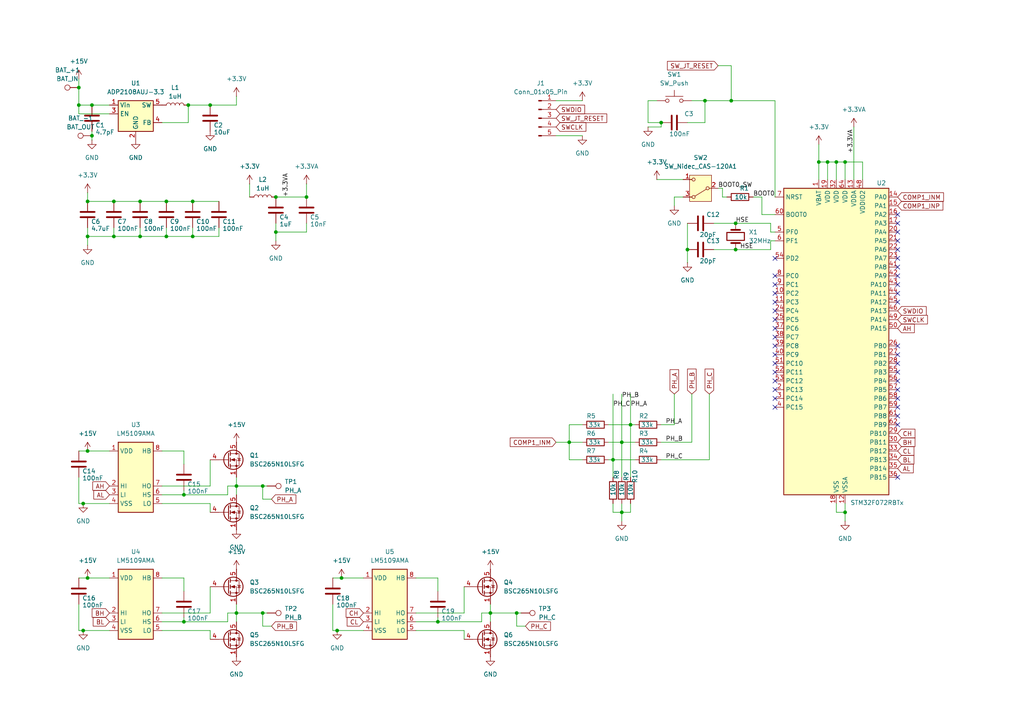
<source format=kicad_sch>
(kicad_sch (version 20231120) (generator "eeschema") (generator_version "8.0")
  (paper "A4")
  (lib_symbols
    (symbol "Connector:Conn_01x05_Pin" (pin_names (offset 1.016) hide)
      (property "Reference" "J" (at 0 7.62 0))
      (property "Value" "Conn_01x05_Pin" (at 0 -7.62 0))
      (symbol "Conn_01x05_Pin_1_1"
        (pin passive line (at 5.08 5.08 180) (length 3.81) (name "Pin_1") (number "1"))
        (pin passive line (at 5.08 2.54 180) (length 3.81) (name "Pin_2") (number "2"))
        (pin passive line (at 5.08 0 180) (length 3.81) (name "Pin_3") (number "3"))
        (pin passive line (at 5.08 -2.54 180) (length 3.81) (name "Pin_4") (number "4"))
        (pin passive line (at 5.08 -5.08 180) (length 3.81) (name "Pin_5") (number "5"))
      )
    )
    (symbol "Connector:TestPoint" (pin_numbers hide) (pin_names (offset 0.762) hide)
      (property "Reference" "TP" (at 0 6.858 0))
      (property "Value" "TestPoint" (at 0 5.08 0))
      (symbol "TestPoint_1_1"
        (pin passive line (at 0 0 90) (length 2.54) (name "1") (number "1"))
      )
    )
    (symbol "Device:C" (pin_numbers hide) (pin_names (offset 0.254))
      (property "Reference" "C" (at 0.635 2.54 0))
      (property "Value" "C" (at 0.635 -2.54 0))
      (symbol "C_1_1"
        (pin passive line (at 0 3.81 270) (length 2.794) (name "~") (number "1"))
        (pin passive line (at 0 -3.81 90) (length 2.794) (name "~") (number "2"))
      )
    )
    (symbol "Device:Crystal" (pin_numbers hide) (pin_names (offset 1.016) hide)
      (property "Reference" "Y" (at 0 3.81 0))
      (property "Value" "Crystal" (at 0 -3.81 0))
      (symbol "Crystal_1_1"
        (pin passive line (at -3.81 0 0) (length 1.27) (name "1") (number "1"))
        (pin passive line (at 3.81 0 180) (length 1.27) (name "2") (number "2"))
      )
    )
    (symbol "Device:L" (pin_numbers hide) (pin_names (offset 1.016) hide)
      (property "Reference" "L" (at -1.27 0 90))
      (property "Value" "L" (at 1.905 0 90))
      (symbol "L_1_1"
        (pin passive line (at 0 3.81 270) (length 1.27) (name "1") (number "1"))
        (pin passive line (at 0 -3.81 90) (length 1.27) (name "2") (number "2"))
      )
    )
    (symbol "Device:R" (pin_numbers hide) (pin_names (offset 0))
      (property "Reference" "R" (at 2.032 0 90))
      (property "Value" "R" (at 0 0 90))
      (symbol "R_1_1"
        (pin passive line (at 0 3.81 270) (length 1.27) (name "~") (number "1"))
        (pin passive line (at 0 -3.81 90) (length 1.27) (name "~") (number "2"))
      )
    )
    (symbol "Driver_FET:LM5109AMA"
      (property "Reference" "U" (at 0 13.97 0))
      (property "Value" "LM5109AMA" (at 0 11.43 0))
      (symbol "LM5109AMA_1_1"
        (pin power_in line (at -7.62 7.62 0) (length 2.54) (name "VDD") (number "1"))
        (pin input line (at -7.62 -2.54 0) (length 2.54) (name "HI") (number "2"))
        (pin input line (at -7.62 -5.08 0) (length 2.54) (name "LI") (number "3"))
        (pin power_in line (at -7.62 -7.62 0) (length 2.54) (name "VSS") (number "4"))
        (pin output line (at 7.62 -7.62 180) (length 2.54) (name "LO") (number "5"))
        (pin passive line (at 7.62 -5.08 180) (length 2.54) (name "HS") (number "6"))
        (pin output line (at 7.62 -2.54 180) (length 2.54) (name "HO") (number "7"))
        (pin passive line (at 7.62 7.62 180) (length 2.54) (name "HB") (number "8"))
      )
    )
    (symbol "MCU_ST_STM32F0:STM32F072RBTx"
      (property "Reference" "U" (at -15.24 46.99 0))
      (property "Value" "STM32F072RBTx" (at 10.16 46.99 0))
      (symbol "STM32F072RBTx_1_1"
        (pin power_in line (at -5.08 48.26 270) (length 2.54) (name "VBAT") (number "1"))
        (pin bidirectional line (at -17.78 15.24 0) (length 2.54) (name "PC2") (number "10"))
        (pin bidirectional line (at -17.78 12.7 0) (length 2.54) (name "PC3") (number "11"))
        (pin power_in line (at 2.54 -45.72 90) (length 2.54) (name "VSSA") (number "12"))
        (pin power_in line (at 5.08 48.26 270) (length 2.54) (name "VDDA") (number "13"))
        (pin bidirectional line (at 17.78 43.18 180) (length 2.54) (name "PA0") (number "14"))
        (pin bidirectional line (at 17.78 40.64 180) (length 2.54) (name "PA1") (number "15"))
        (pin bidirectional line (at 17.78 38.1 180) (length 2.54) (name "PA2") (number "16"))
        (pin bidirectional line (at 17.78 35.56 180) (length 2.54) (name "PA3") (number "17"))
        (pin power_in line (at 0 -45.72 90) (length 2.54) (name "VSS") (number "18"))
        (pin power_in line (at -2.54 48.26 270) (length 2.54) (name "VDD") (number "19"))
        (pin bidirectional line (at -17.78 -12.7 0) (length 2.54) (name "PC13") (number "2"))
        (pin bidirectional line (at 17.78 33.02 180) (length 2.54) (name "PA4") (number "20"))
        (pin bidirectional line (at 17.78 30.48 180) (length 2.54) (name "PA5") (number "21"))
        (pin bidirectional line (at 17.78 27.94 180) (length 2.54) (name "PA6") (number "22"))
        (pin bidirectional line (at 17.78 25.4 180) (length 2.54) (name "PA7") (number "23"))
        (pin bidirectional line (at -17.78 10.16 0) (length 2.54) (name "PC4") (number "24"))
        (pin bidirectional line (at -17.78 7.62 0) (length 2.54) (name "PC5") (number "25"))
        (pin bidirectional line (at 17.78 0 180) (length 2.54) (name "PB0") (number "26"))
        (pin bidirectional line (at 17.78 -2.54 180) (length 2.54) (name "PB1") (number "27"))
        (pin bidirectional line (at 17.78 -5.08 180) (length 2.54) (name "PB2") (number "28"))
        (pin bidirectional line (at 17.78 -25.4 180) (length 2.54) (name "PB10") (number "29"))
        (pin bidirectional line (at -17.78 -15.24 0) (length 2.54) (name "PC14") (number "3"))
        (pin bidirectional line (at 17.78 -27.94 180) (length 2.54) (name "PB11") (number "30"))
        (pin passive line (at 0 -45.72 90) (length 2.54) hide (name "VSS") (number "31"))
        (pin power_in line (at 0 48.26 270) (length 2.54) (name "VDD") (number "32"))
        (pin bidirectional line (at 17.78 -30.48 180) (length 2.54) (name "PB12") (number "33"))
        (pin bidirectional line (at 17.78 -33.02 180) (length 2.54) (name "PB13") (number "34"))
        (pin bidirectional line (at 17.78 -35.56 180) (length 2.54) (name "PB14") (number "35"))
        (pin bidirectional line (at 17.78 -38.1 180) (length 2.54) (name "PB15") (number "36"))
        (pin bidirectional line (at -17.78 5.08 0) (length 2.54) (name "PC6") (number "37"))
        (pin bidirectional line (at -17.78 2.54 0) (length 2.54) (name "PC7") (number "38"))
        (pin bidirectional line (at -17.78 0 0) (length 2.54) (name "PC8") (number "39"))
        (pin bidirectional line (at -17.78 -17.78 0) (length 2.54) (name "PC15") (number "4"))
        (pin bidirectional line (at -17.78 -2.54 0) (length 2.54) (name "PC9") (number "40"))
        (pin bidirectional line (at 17.78 22.86 180) (length 2.54) (name "PA8") (number "41"))
        (pin bidirectional line (at 17.78 20.32 180) (length 2.54) (name "PA9") (number "42"))
        (pin bidirectional line (at 17.78 17.78 180) (length 2.54) (name "PA10") (number "43"))
        (pin bidirectional line (at 17.78 15.24 180) (length 2.54) (name "PA11") (number "44"))
        (pin bidirectional line (at 17.78 12.7 180) (length 2.54) (name "PA12") (number "45"))
        (pin bidirectional line (at 17.78 10.16 180) (length 2.54) (name "PA13") (number "46"))
        (pin passive line (at 0 -45.72 90) (length 2.54) hide (name "VSS") (number "47"))
        (pin power_in line (at 7.62 48.26 270) (length 2.54) (name "VDDIO2") (number "48"))
        (pin bidirectional line (at 17.78 7.62 180) (length 2.54) (name "PA14") (number "49"))
        (pin bidirectional line (at -17.78 33.02 0) (length 2.54) (name "PF0") (number "5"))
        (pin bidirectional line (at 17.78 5.08 180) (length 2.54) (name "PA15") (number "50"))
        (pin bidirectional line (at -17.78 -5.08 0) (length 2.54) (name "PC10") (number "51"))
        (pin bidirectional line (at -17.78 -7.62 0) (length 2.54) (name "PC11") (number "52"))
        (pin bidirectional line (at -17.78 -10.16 0) (length 2.54) (name "PC12") (number "53"))
        (pin bidirectional line (at -17.78 25.4 0) (length 2.54) (name "PD2") (number "54"))
        (pin bidirectional line (at 17.78 -7.62 180) (length 2.54) (name "PB3") (number "55"))
        (pin bidirectional line (at 17.78 -10.16 180) (length 2.54) (name "PB4") (number "56"))
        (pin bidirectional line (at 17.78 -12.7 180) (length 2.54) (name "PB5") (number "57"))
        (pin bidirectional line (at 17.78 -15.24 180) (length 2.54) (name "PB6") (number "58"))
        (pin bidirectional line (at 17.78 -17.78 180) (length 2.54) (name "PB7") (number "59"))
        (pin bidirectional line (at -17.78 30.48 0) (length 2.54) (name "PF1") (number "6"))
        (pin input line (at -17.78 38.1 0) (length 2.54) (name "BOOT0") (number "60"))
        (pin bidirectional line (at 17.78 -20.32 180) (length 2.54) (name "PB8") (number "61"))
        (pin bidirectional line (at 17.78 -22.86 180) (length 2.54) (name "PB9") (number "62"))
        (pin passive line (at 0 -45.72 90) (length 2.54) hide (name "VSS") (number "63"))
        (pin power_in line (at 2.54 48.26 270) (length 2.54) (name "VDD") (number "64"))
        (pin input line (at -17.78 43.18 0) (length 2.54) (name "NRST") (number "7"))
        (pin bidirectional line (at -17.78 20.32 0) (length 2.54) (name "PC0") (number "8"))
        (pin bidirectional line (at -17.78 17.78 0) (length 2.54) (name "PC1") (number "9"))
      )
    )
    (symbol "Regulator_Switching:ADP2108AUJ-3.3"
      (property "Reference" "U" (at -5.08 5.08 0))
      (property "Value" "ADP2108AUJ-3.3" (at 0 5.08 0))
      (symbol "ADP2108AUJ-3.3_1_1"
        (pin power_in line (at -7.62 2.54 0) (length 2.54) (name "Vin") (number "1"))
        (pin power_in line (at 0 -7.62 90) (length 2.54) (name "GND") (number "2"))
        (pin input line (at -7.62 0 0) (length 2.54) (name "EN") (number "3"))
        (pin input line (at 7.62 -2.54 180) (length 2.54) (name "FB") (number "4"))
        (pin input line (at 7.62 2.54 180) (length 2.54) (name "SW") (number "5"))
      )
    )
    (symbol "Switch:SW_Nidec_CAS-120A1" (pin_names (offset 1) hide)
      (property "Reference" "SW" (at 0 4.318 0))
      (property "Value" "SW_Nidec_CAS-120A1" (at 0 -5.08 0))
      (symbol "SW_Nidec_CAS-120A1_1_1"
        (pin passive line (at 5.08 -2.54 180) (length 2.54) (name "C") (number "1"))
        (pin passive line (at -5.08 0 0) (length 2.54) (name "B") (number "2"))
        (pin passive line (at 5.08 2.54 180) (length 2.54) (name "A") (number "3"))
      )
    )
    (symbol "Switch:SW_Push" (pin_numbers hide) (pin_names (offset 1.016) hide)
      (property "Reference" "SW" (at 1.27 2.54 0))
      (property "Value" "SW_Push" (at 0 -1.524 0))
      (symbol "SW_Push_0_1"
        (pin passive line (at -5.08 0 0) (length 2.54) (name "1") (number "1"))
        (pin passive line (at 5.08 0 180) (length 2.54) (name "2") (number "2"))
      )
    )
    (symbol "Transistor_FET:BSC265N10LSFG" (pin_names hide)
      (property "Reference" "Q" (at 5.08 1.905 0))
      (property "Value" "BSC265N10LSFG" (at 5.08 0 0))
      (symbol "BSC265N10LSFG_1_1"
        (pin passive line (at 2.54 -5.08 90) (length 2.54) (name "S") (number "1"))
        (pin passive line (at 2.54 -5.08 90) (length 2.54) hide (name "S") (number "2"))
        (pin passive line (at 2.54 -5.08 90) (length 2.54) hide (name "S") (number "3"))
        (pin passive line (at -5.08 0 0) (length 2.54) (name "G") (number "4"))
        (pin passive line (at 2.54 5.08 270) (length 2.54) (name "D") (number "5"))
      )
    )
    (symbol "power:+15V" (power) (pin_numbers hide) (pin_names (offset 0) hide)
      (property "Value" "+15V" (at 0 3.556 0))
      (symbol "+15V_1_1"
        (pin power_in line (at 0 0 90) (length 0) (name "~") (number "1"))
      )
    )
    (symbol "power:+3.3V" (power) (pin_numbers hide) (pin_names (offset 0) hide)
      (property "Value" "+3.3V" (at 0 3.556 0))
      (symbol "+3.3V_1_1"
        (pin power_in line (at 0 0 90) (length 0) (name "~") (number "1"))
      )
    )
    (symbol "power:GND" (power) (pin_numbers hide) (pin_names (offset 0) hide)
      (property "Value" "GND" (at 0 -3.81 0))
      (symbol "GND_1_1"
        (pin power_in line (at 0 0 270) (length 0) (name "~") (number "1"))
      )
    )
  )
  (junction (at 40.64 58.42))
  (junction (at 76.2 177.8))
  (junction (at 33.02 68.58))
  (junction (at 245.11 148.59))
  (junction (at 53.34 180.34))
  (junction (at 199.39 72.39))
  (junction (at 24.13 146.05))
  (junction (at 22.86 25.4))
  (junction (at 25.4 58.42))
  (junction (at 68.58 140.97))
  (junction (at 48.26 58.42))
  (junction (at 76.2 140.97))
  (junction (at 25.4 68.58))
  (junction (at 127 180.34))
  (junction (at 204.47 29.21))
  (junction (at 245.11 46.99))
  (junction (at 53.34 143.51))
  (junction (at 142.24 177.8))
  (junction (at 99.06 167.64))
  (junction (at 55.88 68.58))
  (junction (at 80.01 67.31))
  (junction (at 165.1 128.27))
  (junction (at 180.34 128.27))
  (junction (at 237.49 46.99))
  (junction (at 26.67 30.48))
  (junction (at 213.36 64.77))
  (junction (at 97.79 182.88))
  (junction (at 177.8 133.35))
  (junction (at 88.9 57.15))
  (junction (at 54.61 30.48))
  (junction (at 191.77 35.56))
  (junction (at 25.4 167.64))
  (junction (at 182.88 123.19))
  (junction (at 242.57 46.99))
  (junction (at 40.64 68.58))
  (junction (at 33.02 58.42))
  (junction (at 55.88 58.42))
  (junction (at 22.86 30.48))
  (junction (at 48.26 68.58))
  (junction (at 24.13 182.88))
  (junction (at 212.09 29.21))
  (junction (at 80.01 57.15))
  (junction (at 60.96 30.48))
  (junction (at 240.03 46.99))
  (junction (at 25.4 130.81))
  (junction (at 68.58 177.8))
  (junction (at 149.86 177.8))
  (junction (at 26.67 39.37))
  (junction (at 213.36 72.39))
  (junction (at 180.34 148.59))
  (no_connect (at 260.35 105.41))
  (no_connect (at 260.35 80.01))
  (no_connect (at 260.35 82.55))
  (no_connect (at 224.79 90.17))
  (no_connect (at 260.35 113.03))
  (no_connect (at 224.79 113.03))
  (no_connect (at 260.35 64.77))
  (no_connect (at 260.35 69.85))
  (no_connect (at 260.35 110.49))
  (no_connect (at 260.35 123.19))
  (no_connect (at 224.79 80.01))
  (no_connect (at 260.35 77.47))
  (no_connect (at 224.79 95.25))
  (no_connect (at 260.35 67.31))
  (no_connect (at 260.35 107.95))
  (no_connect (at 260.35 102.87))
  (no_connect (at 224.79 85.09))
  (no_connect (at 260.35 85.09))
  (no_connect (at 224.79 107.95))
  (no_connect (at 260.35 87.63))
  (no_connect (at 260.35 115.57))
  (no_connect (at 224.79 82.55))
  (no_connect (at 224.79 97.79))
  (no_connect (at 260.35 120.65))
  (no_connect (at 260.35 118.11))
  (no_connect (at 260.35 138.43))
  (no_connect (at 224.79 100.33))
  (no_connect (at 224.79 105.41))
  (no_connect (at 224.79 87.63))
  (no_connect (at 260.35 62.23))
  (no_connect (at 260.35 74.93))
  (no_connect (at 224.79 115.57))
  (no_connect (at 260.35 100.33))
  (no_connect (at 224.79 74.93))
  (no_connect (at 224.79 102.87))
  (no_connect (at 224.79 118.11))
  (no_connect (at 260.35 72.39))
  (no_connect (at 224.79 92.71))
  (no_connect (at 224.79 110.49))
  (wire (pts (xy 99.06 167.64) (xy 105.41 167.64)))
  (wire (pts (xy 22.86 130.81) (xy 25.4 130.81)))
  (wire (pts (xy 180.34 148.59) (xy 177.8 148.59)))
  (wire (pts (xy 68.58 27.94) (xy 68.58 30.48)))
  (wire (pts (xy 165.1 123.19) (xy 165.1 128.27)))
  (wire (pts (xy 218.44 57.15) (xy 220.98 57.15)))
  (wire (pts (xy 182.88 123.19) (xy 176.53 123.19)))
  (wire (pts (xy 120.65 180.34) (xy 127 180.34)))
  (wire (pts (xy 40.64 58.42) (xy 48.26 58.42)))
  (wire (pts (xy 224.79 29.21) (xy 224.79 57.15)))
  (wire (pts (xy 240.03 46.99) (xy 240.03 52.07)))
  (wire (pts (xy 204.47 29.21) (xy 204.47 35.56)))
  (wire (pts (xy 76.2 140.97) (xy 76.2 144.78)))
  (wire (pts (xy 55.88 66.04) (xy 55.88 68.58)))
  (wire (pts (xy 209.55 57.15) (xy 210.82 57.15)))
  (wire (pts (xy 25.4 68.58) (xy 33.02 68.58)))
  (wire (pts (xy 77.47 177.8) (xy 76.2 177.8)))
  (wire (pts (xy 68.58 138.43) (xy 68.58 140.97)))
  (wire (pts (xy 151.13 177.8) (xy 149.86 177.8)))
  (wire (pts (xy 242.57 46.99) (xy 242.57 52.07)))
  (wire (pts (xy 22.86 182.88) (xy 24.13 182.88)))
  (wire (pts (xy 184.15 123.19) (xy 182.88 123.19)))
  (wire (pts (xy 237.49 46.99) (xy 237.49 52.07)))
  (wire (pts (xy 242.57 148.59) (xy 245.11 148.59)))
  (wire (pts (xy 220.98 62.23) (xy 224.79 62.23)))
  (wire (pts (xy 24.13 146.05) (xy 31.75 146.05)))
  (wire (pts (xy 149.86 177.8) (xy 149.86 181.61)))
  (wire (pts (xy 46.99 35.56) (xy 54.61 35.56)))
  (wire (pts (xy 22.86 146.05) (xy 24.13 146.05)))
  (wire (pts (xy 33.02 58.42) (xy 40.64 58.42)))
  (wire (pts (xy 191.77 123.19) (xy 195.58 123.19)))
  (wire (pts (xy 76.2 177.8) (xy 68.58 177.8)))
  (wire (pts (xy 161.29 39.37) (xy 168.91 39.37)))
  (wire (pts (xy 25.4 167.64) (xy 31.75 167.64)))
  (wire (pts (xy 240.03 46.99) (xy 237.49 46.99)))
  (wire (pts (xy 149.86 177.8) (xy 142.24 177.8)))
  (wire (pts (xy 208.28 19.05) (xy 212.09 19.05)))
  (wire (pts (xy 207.01 72.39) (xy 213.36 72.39)))
  (wire (pts (xy 134.62 177.8) (xy 134.62 170.18)))
  (wire (pts (xy 161.29 29.21) (xy 168.91 29.21)))
  (wire (pts (xy 22.86 22.86) (xy 22.86 25.4)))
  (wire (pts (xy 22.86 30.48) (xy 26.67 30.48)))
  (wire (pts (xy 120.65 182.88) (xy 134.62 182.88)))
  (wire (pts (xy 182.88 114.3) (xy 182.88 123.19)))
  (wire (pts (xy 46.99 182.88) (xy 60.96 182.88)))
  (wire (pts (xy 46.99 140.97) (xy 60.96 140.97)))
  (wire (pts (xy 195.58 57.15) (xy 195.58 59.69)))
  (wire (pts (xy 187.96 35.56) (xy 191.77 35.56)))
  (wire (pts (xy 33.02 66.04) (xy 33.02 68.58)))
  (wire (pts (xy 80.01 57.15) (xy 88.9 57.15)))
  (wire (pts (xy 165.1 128.27) (xy 165.1 133.35)))
  (wire (pts (xy 168.91 123.19) (xy 165.1 123.19)))
  (wire (pts (xy 53.34 143.51) (xy 66.04 143.51)))
  (wire (pts (xy 53.34 167.64) (xy 46.99 167.64)))
  (wire (pts (xy 22.86 167.64) (xy 25.4 167.64)))
  (wire (pts (xy 33.02 68.58) (xy 40.64 68.58)))
  (wire (pts (xy 180.34 114.3) (xy 180.34 128.27)))
  (wire (pts (xy 200.66 114.3) (xy 200.66 128.27)))
  (wire (pts (xy 53.34 142.24) (xy 53.34 143.51)))
  (wire (pts (xy 54.61 30.48) (xy 54.61 35.56)))
  (wire (pts (xy 22.86 138.43) (xy 22.86 146.05)))
  (wire (pts (xy 40.64 68.58) (xy 48.26 68.58)))
  (wire (pts (xy 96.52 182.88) (xy 97.79 182.88)))
  (wire (pts (xy 26.67 39.37) (xy 26.67 38.1)))
  (wire (pts (xy 25.4 68.58) (xy 25.4 71.12)))
  (wire (pts (xy 182.88 148.59) (xy 180.34 148.59)))
  (wire (pts (xy 191.77 128.27) (xy 200.66 128.27)))
  (wire (pts (xy 88.9 53.34) (xy 88.9 57.15)))
  (wire (pts (xy 165.1 128.27) (xy 168.91 128.27)))
  (wire (pts (xy 96.52 167.64) (xy 99.06 167.64)))
  (wire (pts (xy 26.67 30.48) (xy 31.75 30.48)))
  (wire (pts (xy 209.55 57.15) (xy 209.55 54.61)))
  (wire (pts (xy 72.39 53.34) (xy 72.39 57.15)))
  (wire (pts (xy 199.39 64.77) (xy 199.39 72.39)))
  (wire (pts (xy 68.58 175.26) (xy 68.58 177.8)))
  (wire (pts (xy 54.61 30.48) (xy 60.96 30.48)))
  (wire (pts (xy 223.52 67.31) (xy 224.79 67.31)))
  (wire (pts (xy 152.4 181.61) (xy 149.86 181.61)))
  (wire (pts (xy 177.8 146.05) (xy 177.8 148.59)))
  (wire (pts (xy 177.8 133.35) (xy 176.53 133.35)))
  (wire (pts (xy 245.11 46.99) (xy 250.19 46.99)))
  (wire (pts (xy 212.09 29.21) (xy 224.79 29.21)))
  (wire (pts (xy 97.79 182.88) (xy 105.41 182.88)))
  (wire (pts (xy 139.7 177.8) (xy 142.24 177.8)))
  (wire (pts (xy 209.55 54.61) (xy 208.28 54.61)))
  (wire (pts (xy 53.34 180.34) (xy 66.04 180.34)))
  (wire (pts (xy 245.11 146.05) (xy 245.11 148.59)))
  (wire (pts (xy 46.99 177.8) (xy 60.96 177.8)))
  (wire (pts (xy 142.24 177.8) (xy 142.24 180.34)))
  (wire (pts (xy 60.96 140.97) (xy 60.96 133.35)))
  (wire (pts (xy 25.4 66.04) (xy 25.4 68.58)))
  (wire (pts (xy 96.52 175.26) (xy 96.52 182.88)))
  (wire (pts (xy 139.7 180.34) (xy 139.7 177.8)))
  (wire (pts (xy 53.34 134.62) (xy 53.34 130.81)))
  (wire (pts (xy 180.34 146.05) (xy 180.34 148.59)))
  (wire (pts (xy 190.5 29.21) (xy 187.96 29.21)))
  (wire (pts (xy 177.8 114.3) (xy 177.8 133.35)))
  (wire (pts (xy 223.52 69.85) (xy 224.79 69.85)))
  (wire (pts (xy 245.11 46.99) (xy 242.57 46.99)))
  (wire (pts (xy 205.74 114.3) (xy 205.74 133.35)))
  (wire (pts (xy 180.34 128.27) (xy 180.34 138.43)))
  (wire (pts (xy 165.1 133.35) (xy 168.91 133.35)))
  (wire (pts (xy 242.57 146.05) (xy 242.57 148.59)))
  (wire (pts (xy 184.15 133.35) (xy 177.8 133.35)))
  (wire (pts (xy 55.88 58.42) (xy 63.5 58.42)))
  (wire (pts (xy 199.39 72.39) (xy 199.39 76.2)))
  (wire (pts (xy 247.65 36.83) (xy 247.65 52.07)))
  (wire (pts (xy 182.88 123.19) (xy 182.88 138.43)))
  (wire (pts (xy 40.64 66.04) (xy 40.64 68.58)))
  (wire (pts (xy 245.11 46.99) (xy 245.11 52.07)))
  (wire (pts (xy 200.66 29.21) (xy 204.47 29.21)))
  (wire (pts (xy 76.2 177.8) (xy 76.2 181.61)))
  (wire (pts (xy 46.99 180.34) (xy 53.34 180.34)))
  (wire (pts (xy 207.01 64.77) (xy 213.36 64.77)))
  (wire (pts (xy 68.58 30.48) (xy 60.96 30.48)))
  (wire (pts (xy 223.52 72.39) (xy 223.52 69.85)))
  (wire (pts (xy 31.75 33.02) (xy 22.86 33.02)))
  (wire (pts (xy 60.96 182.88) (xy 60.96 185.42)))
  (wire (pts (xy 68.58 177.8) (xy 68.58 180.34)))
  (wire (pts (xy 190.5 52.07) (xy 198.12 52.07)))
  (wire (pts (xy 195.58 114.3) (xy 195.58 123.19)))
  (wire (pts (xy 66.04 177.8) (xy 68.58 177.8)))
  (wire (pts (xy 120.65 177.8) (xy 134.62 177.8)))
  (wire (pts (xy 187.96 36.83) (xy 191.77 36.83)))
  (wire (pts (xy 204.47 29.21) (xy 212.09 29.21)))
  (wire (pts (xy 191.77 133.35) (xy 205.74 133.35)))
  (wire (pts (xy 22.86 30.48) (xy 22.86 33.02)))
  (wire (pts (xy 127 180.34) (xy 139.7 180.34)))
  (wire (pts (xy 76.2 140.97) (xy 68.58 140.97)))
  (wire (pts (xy 77.47 140.97) (xy 76.2 140.97)))
  (wire (pts (xy 46.99 143.51) (xy 53.34 143.51)))
  (wire (pts (xy 213.36 64.77) (xy 223.52 64.77)))
  (wire (pts (xy 48.26 58.42) (xy 55.88 58.42)))
  (wire (pts (xy 60.96 146.05) (xy 60.96 148.59)))
  (wire (pts (xy 198.12 57.15) (xy 195.58 57.15)))
  (wire (pts (xy 63.5 66.04) (xy 63.5 68.58)))
  (wire (pts (xy 220.98 57.15) (xy 220.98 62.23)))
  (wire (pts (xy 212.09 29.21) (xy 212.09 19.05)))
  (wire (pts (xy 53.34 171.45) (xy 53.34 167.64)))
  (wire (pts (xy 245.11 148.59) (xy 245.11 151.13)))
  (wire (pts (xy 161.29 128.27) (xy 165.1 128.27)))
  (wire (pts (xy 127 167.64) (xy 120.65 167.64)))
  (wire (pts (xy 213.36 72.39) (xy 223.52 72.39)))
  (wire (pts (xy 80.01 64.77) (xy 80.01 67.31)))
  (wire (pts (xy 66.04 140.97) (xy 68.58 140.97)))
  (wire (pts (xy 180.34 128.27) (xy 176.53 128.27)))
  (wire (pts (xy 223.52 67.31) (xy 223.52 64.77)))
  (wire (pts (xy 127 179.07) (xy 127 180.34)))
  (wire (pts (xy 22.86 175.26) (xy 22.86 182.88)))
  (wire (pts (xy 53.34 179.07) (xy 53.34 180.34)))
  (wire (pts (xy 48.26 68.58) (xy 55.88 68.58)))
  (wire (pts (xy 48.26 66.04) (xy 48.26 68.58)))
  (wire (pts (xy 25.4 130.81) (xy 31.75 130.81)))
  (wire (pts (xy 53.34 130.81) (xy 46.99 130.81)))
  (wire (pts (xy 26.67 40.64) (xy 26.67 39.37)))
  (wire (pts (xy 88.9 64.77) (xy 88.9 67.31)))
  (wire (pts (xy 187.96 29.21) (xy 187.96 35.56)))
  (wire (pts (xy 78.74 144.78) (xy 76.2 144.78)))
  (wire (pts (xy 134.62 182.88) (xy 134.62 185.42)))
  (wire (pts (xy 80.01 67.31) (xy 80.01 69.85)))
  (wire (pts (xy 66.04 143.51) (xy 66.04 140.97)))
  (wire (pts (xy 199.39 35.56) (xy 204.47 35.56)))
  (wire (pts (xy 242.57 46.99) (xy 240.03 46.99)))
  (wire (pts (xy 177.8 133.35) (xy 177.8 138.43)))
  (wire (pts (xy 24.13 182.88) (xy 31.75 182.88)))
  (wire (pts (xy 78.74 181.61) (xy 76.2 181.61)))
  (wire (pts (xy 22.86 25.4) (xy 22.86 30.48)))
  (wire (pts (xy 250.19 46.99) (xy 250.19 52.07)))
  (wire (pts (xy 184.15 128.27) (xy 180.34 128.27)))
  (wire (pts (xy 80.01 67.31) (xy 88.9 67.31)))
  (wire (pts (xy 180.34 148.59) (xy 180.34 151.13)))
  (wire (pts (xy 237.49 41.91) (xy 237.49 46.99)))
  (wire (pts (xy 25.4 55.88) (xy 25.4 58.42)))
  (wire (pts (xy 46.99 146.05) (xy 60.96 146.05)))
  (wire (pts (xy 68.58 140.97) (xy 68.58 143.51)))
  (wire (pts (xy 182.88 146.05) (xy 182.88 148.59)))
  (wire (pts (xy 55.88 68.58) (xy 63.5 68.58)))
  (wire (pts (xy 127 171.45) (xy 127 167.64)))
  (wire (pts (xy 25.4 58.42) (xy 33.02 58.42)))
  (wire (pts (xy 142.24 175.26) (xy 142.24 177.8)))
  (wire (pts (xy 60.96 177.8) (xy 60.96 170.18)))
  (wire (pts (xy 191.77 36.83) (xy 191.77 35.56)))
  (wire (pts (xy 66.04 180.34) (xy 66.04 177.8)))
  (label "HSE" (at 214.63 72.39 0))
  (label "PH_B" (at 180.34 115.57 0))
  (label "BOOT0_SW" (at 208.28 54.61 0))
  (label "PH_A" (at 182.88 118.11 0))
  (label "PH_C" (at 193.04 133.35 0))
  (label "PH_A" (at 193.04 123.19 0))
  (label "PH_B" (at 193.04 128.27 0))
  (label "HSE" (at 213.36 64.77 0))
  (label "BOOT0" (at 218.44 57.15 0))
  (label "PH_C" (at 177.8 118.11 0))
  (label "+3.3VA" (at 83.82 57.15 90))
  (label "+3.3VA" (at 247.65 44.45 90))
  (global_label "SWDIO" (shape input) (at 260.35 90.17 0) (property "Intersheetrefs" "${INTERSHEET_REFS}" (effects (hide yes))))
  (global_label "PH_C" (shape input) (at 205.74 114.3 90) (property "Intersheetrefs" "${INTERSHEET_REFS}" (effects (hide yes))))
  (global_label "BH" (shape input) (at 31.75 177.8 180) (property "Intersheetrefs" "${INTERSHEET_REFS}" (effects (hide yes))))
  (global_label "BL" (shape input) (at 260.35 133.35 0) (property "Intersheetrefs" "${INTERSHEET_REFS}" (effects (hide yes))))
  (global_label "COMP1_INM" (shape input) (at 260.35 57.15 0) (property "Intersheetrefs" "${INTERSHEET_REFS}" (effects (hide yes))))
  (global_label "CH" (shape input) (at 105.41 177.8 180) (property "Intersheetrefs" "${INTERSHEET_REFS}" (effects (hide yes))))
  (global_label "BL" (shape input) (at 31.75 180.34 180) (property "Intersheetrefs" "${INTERSHEET_REFS}" (effects (hide yes))))
  (global_label "AH" (shape input) (at 31.75 140.97 180) (property "Intersheetrefs" "${INTERSHEET_REFS}" (effects (hide yes))))
  (global_label "COMP1_INM" (shape input) (at 161.29 128.27 180) (property "Intersheetrefs" "${INTERSHEET_REFS}" (effects (hide yes))))
  (global_label "CH" (shape input) (at 260.35 125.73 0) (property "Intersheetrefs" "${INTERSHEET_REFS}" (effects (hide yes))))
  (global_label "SWCLK" (shape input) (at 161.29 36.83 0) (property "Intersheetrefs" "${INTERSHEET_REFS}" (effects (hide yes))))
  (global_label "SW_JT_RESET" (shape input) (at 208.28 19.05 180) (property "Intersheetrefs" "${INTERSHEET_REFS}" (effects (hide yes))))
  (global_label "SWDIO" (shape input) (at 161.29 31.75 0) (property "Intersheetrefs" "${INTERSHEET_REFS}" (effects (hide yes))))
  (global_label "BH" (shape input) (at 260.35 128.27 0) (property "Intersheetrefs" "${INTERSHEET_REFS}" (effects (hide yes))))
  (global_label "PH_A" (shape input) (at 78.74 144.78 0) (property "Intersheetrefs" "${INTERSHEET_REFS}" (effects (hide yes))))
  (global_label "SWCLK" (shape input) (at 260.35 92.71 0) (property "Intersheetrefs" "${INTERSHEET_REFS}" (effects (hide yes))))
  (global_label "CL" (shape input) (at 105.41 180.34 180) (property "Intersheetrefs" "${INTERSHEET_REFS}" (effects (hide yes))))
  (global_label "PH_A" (shape input) (at 195.58 114.3 90) (property "Intersheetrefs" "${INTERSHEET_REFS}" (effects (hide yes))))
  (global_label "SW_JT_RESET" (shape input) (at 161.29 34.29 0) (property "Intersheetrefs" "${INTERSHEET_REFS}" (effects (hide yes))))
  (global_label "COMP1_INP" (shape input) (at 260.35 59.69 0) (property "Intersheetrefs" "${INTERSHEET_REFS}" (effects (hide yes))))
  (global_label "CL" (shape input) (at 260.35 130.81 0) (property "Intersheetrefs" "${INTERSHEET_REFS}" (effects (hide yes))))
  (global_label "PH_B" (shape input) (at 200.66 114.3 90) (property "Intersheetrefs" "${INTERSHEET_REFS}" (effects (hide yes))))
  (global_label "AL" (shape input) (at 260.35 135.89 0) (property "Intersheetrefs" "${INTERSHEET_REFS}" (effects (hide yes))))
  (global_label "PH_C" (shape input) (at 152.4 181.61 0) (property "Intersheetrefs" "${INTERSHEET_REFS}" (effects (hide yes))))
  (global_label "PH_B" (shape input) (at 78.74 181.61 0) (property "Intersheetrefs" "${INTERSHEET_REFS}" (effects (hide yes))))
  (global_label "AL" (shape input) (at 31.75 143.51 180) (property "Intersheetrefs" "${INTERSHEET_REFS}" (effects (hide yes))))
  (global_label "AH" (shape input) (at 260.35 95.25 0) (property "Intersheetrefs" "${INTERSHEET_REFS}" (effects (hide yes))))
  (symbol (lib_id "Transistor_FET:BSC265N10LSFG") (at 139.7 185.42 0) (unit 1)
    (property "Reference" "Q6" (at 146.05 184.1499 0) (effects (justify left)))
    (property "Value" "BSC265N10LSFG" (at 146.05 186.6899 0) (effects (justify left)))
    (property "Footprint" "Package_TO_SOT_SMD:TDSON-8-1" (effects (hide yes)))
    (property "Datasheet" "http://www.infineon.com/dgdl/Infineon-BSC265N10LSFG-DS-v02_08-en.pdf?fileId=db3a30431b3e89eb011b49a375207b46" (effects (hide yes)))
    (property "Description" "40A Id, 100V Vds, OptiMOS N-Channel Power MOSFET, 26.5mOhm Ron, Qg (typ) 16.0nC, PG-TDSON-8" (effects (hide yes)))
  )
  (symbol (lib_id "Device:C") (at 48.26 62.23 0) (unit 1)
    (property "Reference" "C9" (at 49.276 64.262 0) (effects (justify left)))
    (property "Value" "100nF" (at 49.276 66.294 0) (effects (justify left)))
    (property "Footprint" "Capacitor_SMD:C_0402_1005Metric" (effects (hide yes)))
    (property "Description" "Unpolarized capacitor" (effects (hide yes)))
  )
  (symbol (lib_id "Device:C") (at 195.58 35.56 90) (unit 1)
    (property "Reference" "C3" (at 201.168 33.02 90) (effects (justify left)))
    (property "Value" "100nF" (at 200.152 38.862 90) (effects (justify left)))
    (property "Footprint" "Capacitor_SMD:C_0402_1005Metric" (effects (hide yes)))
    (property "Description" "Unpolarized capacitor" (effects (hide yes)))
  )
  (symbol (lib_id "Device:C") (at 53.34 175.26 0) (unit 1)
    (property "Reference" "C17" (at 54.356 177.292 0) (effects (justify left)))
    (property "Value" "100nF" (at 54.356 179.324 0) (effects (justify left)))
    (property "Footprint" "Capacitor_SMD:C_0402_1005Metric" (effects (hide yes)))
    (property "Description" "Unpolarized capacitor" (effects (hide yes)))
  )
  (symbol (lib_id "power:GND") (at 24.13 182.88 0) (unit 1)
    (property "Reference" "#PWR029" (effects (hide yes)))
    (property "Value" "GND" (at 24.13 187.96 0))
    (property "Description" "Power symbol creates a global label with name \"GND\" , ground" (effects (hide yes)))
  )
  (symbol (lib_id "Connector:TestPoint") (at 22.86 25.4 90) (unit 1)
    (property "Reference" "BAT_+1" (at 19.558 20.32 90))
    (property "Value" "BAT_IN" (at 19.558 22.86 90))
    (property "Footprint" "Connector_Wire:SolderWirePad_1x01_SMD_1x2mm" (effects (hide yes)))
    (property "Description" "test point" (effects (hide yes)))
  )
  (symbol (lib_id "Transistor_FET:BSC265N10LSFG") (at 66.04 148.59 0) (unit 1)
    (property "Reference" "Q2" (at 72.39 147.3199 0) (effects (justify left)))
    (property "Value" "BSC265N10LSFG" (at 72.39 149.8599 0) (effects (justify left)))
    (property "Footprint" "Package_TO_SOT_SMD:TDSON-8-1" (effects (hide yes)))
    (property "Datasheet" "http://www.infineon.com/dgdl/Infineon-BSC265N10LSFG-DS-v02_08-en.pdf?fileId=db3a30431b3e89eb011b49a375207b46" (effects (hide yes)))
    (property "Description" "40A Id, 100V Vds, OptiMOS N-Channel Power MOSFET, 26.5mOhm Ron, Qg (typ) 16.0nC, PG-TDSON-8" (effects (hide yes)))
  )
  (symbol (lib_id "power:+3.3V") (at 68.58 27.94 0) (unit 1)
    (property "Reference" "#PWR02" (effects (hide yes)))
    (property "Value" "+3.3V" (at 68.58 22.86 0))
    (property "Description" "Power symbol creates a global label with name \"+3.3V\"" (effects (hide yes)))
  )
  (symbol (lib_id "Device:L") (at 76.2 57.15 90) (unit 1)
    (property "Reference" "L2" (at 76.2 52.07 90))
    (property "Value" "1uH" (at 76.2 54.61 90))
    (property "Footprint" "Inductor_SMD:L_0402_1005Metric" (effects (hide yes)))
    (property "Description" "Inductor" (effects (hide yes)))
  )
  (symbol (lib_id "power:GND") (at 97.79 182.88 0) (unit 1)
    (property "Reference" "#PWR030" (effects (hide yes)))
    (property "Value" "GND" (at 97.79 187.96 0))
    (property "Description" "Power symbol creates a global label with name \"GND\" , ground" (effects (hide yes)))
  )
  (symbol (lib_id "Transistor_FET:BSC265N10LSFG") (at 139.7 170.18 0) (unit 1)
    (property "Reference" "Q4" (at 146.05 168.9099 0) (effects (justify left)))
    (property "Value" "BSC265N10LSFG" (at 146.05 171.4499 0) (effects (justify left)))
    (property "Footprint" "Package_TO_SOT_SMD:TDSON-8-1" (effects (hide yes)))
    (property "Datasheet" "http://www.infineon.com/dgdl/Infineon-BSC265N10LSFG-DS-v02_08-en.pdf?fileId=db3a30431b3e89eb011b49a375207b46" (effects (hide yes)))
    (property "Description" "40A Id, 100V Vds, OptiMOS N-Channel Power MOSFET, 26.5mOhm Ron, Qg (typ) 16.0nC, PG-TDSON-8" (effects (hide yes)))
  )
  (symbol (lib_id "power:+15V") (at 68.58 128.27 0) (unit 1)
    (property "Reference" "#PWR019" (effects (hide yes)))
    (property "Value" "+15V" (at 68.58 123.19 0))
    (property "Description" "Power symbol creates a global label with name \"+15V\"" (effects (hide yes)))
  )
  (symbol (lib_id "Device:C") (at 33.02 62.23 0) (unit 1)
    (property "Reference" "C7" (at 34.036 64.262 0) (effects (justify left)))
    (property "Value" "100nF" (at 34.036 66.294 0) (effects (justify left)))
    (property "Footprint" "Capacitor_SMD:C_0402_1005Metric" (effects (hide yes)))
    (property "Description" "Unpolarized capacitor" (effects (hide yes)))
  )
  (symbol (lib_id "Transistor_FET:BSC265N10LSFG") (at 66.04 185.42 0) (unit 1)
    (property "Reference" "Q5" (at 72.39 184.1499 0) (effects (justify left)))
    (property "Value" "BSC265N10LSFG" (at 72.39 186.6899 0) (effects (justify left)))
    (property "Footprint" "Package_TO_SOT_SMD:TDSON-8-1" (effects (hide yes)))
    (property "Datasheet" "http://www.infineon.com/dgdl/Infineon-BSC265N10LSFG-DS-v02_08-en.pdf?fileId=db3a30431b3e89eb011b49a375207b46" (effects (hide yes)))
    (property "Description" "40A Id, 100V Vds, OptiMOS N-Channel Power MOSFET, 26.5mOhm Ron, Qg (typ) 16.0nC, PG-TDSON-8" (effects (hide yes)))
  )
  (symbol (lib_id "Connector:TestPoint") (at 26.67 39.37 90) (unit 1)
    (property "Reference" "BAT_-1" (at 23.368 34.29 90))
    (property "Value" "BAT_OUT" (at 23.368 36.83 90))
    (property "Footprint" "Connector_Wire:SolderWirePad_1x01_SMD_1x2mm" (effects (hide yes)))
    (property "Description" "test point" (effects (hide yes)))
  )
  (symbol (lib_id "Connector:Conn_01x05_Pin") (at 156.21 34.29 0) (unit 1)
    (property "Reference" "J1" (at 156.845 24.13 0))
    (property "Value" "Conn_01x05_Pin" (at 156.845 26.67 0))
    (property "Footprint" "Connector_PinHeader_1.00mm:PinHeader_1x05_P1.00mm_Vertical" (effects (hide yes)))
    (property "Description" "Generic connector, single row, 01x05, script generated" (effects (hide yes)))
  )
  (symbol (lib_id "Device:C") (at 25.4 62.23 0) (unit 1)
    (property "Reference" "C6" (at 26.416 64.262 0) (effects (justify left)))
    (property "Value" "4.7uF" (at 26.416 66.294 0) (effects (justify left)))
    (property "Footprint" "Capacitor_SMD:C_0402_1005Metric" (effects (hide yes)))
    (property "Description" "Unpolarized capacitor" (effects (hide yes)))
  )
  (symbol (lib_id "power:+15V") (at 142.24 165.1 0) (unit 1)
    (property "Reference" "#PWR026" (effects (hide yes)))
    (property "Value" "+15V" (at 142.24 160.02 0))
    (property "Description" "Power symbol creates a global label with name \"+15V\"" (effects (hide yes)))
  )
  (symbol (lib_id "power:GND") (at 187.96 36.83 0) (unit 1)
    (property "Reference" "#PWR04" (effects (hide yes)))
    (property "Value" "GND" (at 187.96 41.91 0))
    (property "Description" "Power symbol creates a global label with name \"GND\" , ground" (effects (hide yes)))
  )
  (symbol (lib_id "power:+3.3V") (at 72.39 53.34 0) (unit 1)
    (property "Reference" "#PWR012" (effects (hide yes)))
    (property "Value" "+3.3V" (at 72.39 48.26 0))
    (property "Description" "Power symbol creates a global label with name \"+3.3V\"" (effects (hide yes)))
  )
  (symbol (lib_id "Device:C") (at 203.2 64.77 90) (unit 1)
    (property "Reference" "C12" (at 208.788 62.23 90) (effects (justify left)))
    (property "Value" "20pF" (at 207.772 68.072 90) (effects (justify left)))
    (property "Footprint" "Capacitor_SMD:C_0402_1005Metric" (effects (hide yes)))
    (property "Description" "Unpolarized capacitor" (effects (hide yes)))
  )
  (symbol (lib_id "Transistor_FET:BSC265N10LSFG") (at 66.04 170.18 0) (unit 1)
    (property "Reference" "Q3" (at 72.39 168.9099 0) (effects (justify left)))
    (property "Value" "BSC265N10LSFG" (at 72.39 171.4499 0) (effects (justify left)))
    (property "Footprint" "Package_TO_SOT_SMD:TDSON-8-1" (effects (hide yes)))
    (property "Datasheet" "http://www.infineon.com/dgdl/Infineon-BSC265N10LSFG-DS-v02_08-en.pdf?fileId=db3a30431b3e89eb011b49a375207b46" (effects (hide yes)))
    (property "Description" "40A Id, 100V Vds, OptiMOS N-Channel Power MOSFET, 26.5mOhm Ron, Qg (typ) 16.0nC, PG-TDSON-8" (effects (hide yes)))
  )
  (symbol (lib_id "Device:R") (at 187.96 128.27 270) (mirror x) (unit 1)
    (property "Reference" "R3" (at 186.69 125.73 90))
    (property "Value" "33k" (at 187.706 128.27 90))
    (property "Footprint" "Resistor_SMD:R_0402_1005Metric" (effects (hide yes)))
    (property "Description" "Resistor" (effects (hide yes)))
  )
  (symbol (lib_id "Device:R") (at 214.63 57.15 90) (unit 1)
    (property "Reference" "R1" (at 215.9 54.61 90))
    (property "Value" "10k" (at 214.884 57.15 90))
    (property "Footprint" "Resistor_SMD:R_0402_1005Metric" (effects (hide yes)))
    (property "Description" "Resistor" (effects (hide yes)))
  )
  (symbol (lib_id "Transistor_FET:BSC265N10LSFG") (at 66.04 133.35 0) (unit 1)
    (property "Reference" "Q1" (at 72.39 132.0799 0) (effects (justify left)))
    (property "Value" "BSC265N10LSFG" (at 72.39 134.6199 0) (effects (justify left)))
    (property "Footprint" "Package_TO_SOT_SMD:TDSON-8-1" (effects (hide yes)))
    (property "Datasheet" "http://www.infineon.com/dgdl/Infineon-BSC265N10LSFG-DS-v02_08-en.pdf?fileId=db3a30431b3e89eb011b49a375207b46" (effects (hide yes)))
    (property "Description" "40A Id, 100V Vds, OptiMOS N-Channel Power MOSFET, 26.5mOhm Ron, Qg (typ) 16.0nC, PG-TDSON-8" (effects (hide yes)))
  )
  (symbol (lib_id "power:GND") (at 80.01 69.85 0) (unit 1)
    (property "Reference" "#PWR016" (effects (hide yes)))
    (property "Value" "GND" (at 80.01 74.93 0))
    (property "Description" "Power symbol creates a global label with name \"GND\" , ground" (effects (hide yes)))
  )
  (symbol (lib_id "power:+3.3V") (at 190.5 52.07 0) (unit 1)
    (property "Reference" "#PWR011" (effects (hide yes)))
    (property "Value" "+3.3V" (at 190.5 46.99 0))
    (property "Description" "Power symbol creates a global label with name \"+3.3V\"" (effects (hide yes)))
  )
  (symbol (lib_id "power:GND") (at 68.58 190.5 0) (unit 1)
    (property "Reference" "#PWR031" (effects (hide yes)))
    (property "Value" "GND" (at 68.58 195.58 0))
    (property "Description" "Power symbol creates a global label with name \"GND\" , ground" (effects (hide yes)))
  )
  (symbol (lib_id "Connector:TestPoint") (at 151.13 177.8 270) (unit 1)
    (property "Reference" "TP3" (at 156.21 176.5299 90) (effects (justify left)))
    (property "Value" "PH_C" (at 156.21 179.0699 90) (effects (justify left)))
    (property "Footprint" "Connector_Wire:SolderWirePad_1x01_SMD_1x2mm" (effects (hide yes)))
    (property "Description" "test point" (effects (hide yes)))
  )
  (symbol (lib_id "Device:C") (at 88.9 60.96 0) (unit 1)
    (property "Reference" "C5" (at 89.916 62.992 0) (effects (justify left)))
    (property "Value" "10nF" (at 89.916 65.024 0) (effects (justify left)))
    (property "Footprint" "Capacitor_SMD:C_0402_1005Metric" (effects (hide yes)))
    (property "Description" "Unpolarized capacitor" (effects (hide yes)))
  )
  (symbol (lib_id "Device:R") (at 182.88 142.24 0) (mirror x) (unit 1)
    (property "Reference" "R10" (at 184.15 138.176 90))
    (property "Value" "10k" (at 182.88 141.986 90))
    (property "Footprint" "Resistor_SMD:R_0402_1005Metric" (effects (hide yes)))
    (property "Description" "Resistor" (effects (hide yes)))
  )
  (symbol (lib_id "Connector:TestPoint") (at 77.47 177.8 270) (unit 1)
    (property "Reference" "TP2" (at 82.55 176.5299 90) (effects (justify left)))
    (property "Value" "PH_B" (at 82.55 179.0699 90) (effects (justify left)))
    (property "Footprint" "Connector_Wire:SolderWirePad_1x01_SMD_1x2mm" (effects (hide yes)))
    (property "Description" "test point" (effects (hide yes)))
  )
  (symbol (lib_id "Device:R") (at 177.8 142.24 0) (mirror x) (unit 1)
    (property "Reference" "R8" (at 178.816 137.668 90))
    (property "Value" "10k" (at 177.8 141.986 90))
    (property "Footprint" "Resistor_SMD:R_0402_1005Metric" (effects (hide yes)))
    (property "Description" "Resistor" (effects (hide yes)))
  )
  (symbol (lib_id "power:GND") (at 245.11 151.13 0) (unit 1)
    (property "Reference" "#PWR023" (effects (hide yes)))
    (property "Value" "GND" (at 245.11 156.21 0))
    (property "Description" "Power symbol creates a global label with name \"GND\" , ground" (effects (hide yes)))
  )
  (symbol (lib_id "power:GND") (at 199.39 76.2 0) (unit 1)
    (property "Reference" "#PWR018" (effects (hide yes)))
    (property "Value" "GND" (at 199.39 81.28 0))
    (property "Description" "Power symbol creates a global label with name \"GND\" , ground" (effects (hide yes)))
  )
  (symbol (lib_id "Driver_FET:LM5109AMA") (at 113.03 175.26 0) (unit 1)
    (property "Reference" "U5" (at 113.03 160.02 0))
    (property "Value" "LM5109AMA" (at 113.03 162.56 0))
    (property "Footprint" "Package_SO:SOIC-8_3.9x4.9mm_P1.27mm" (effects (hide yes)))
    (property "Datasheet" "http://www.ti.com/lit/ds/symlink/lm5109a.pdf" (effects (hide yes)))
    (property "Description" "Half-Bridge Gate Driver, Output Current 1.0A, 100V, SOIC-8" (effects (hide yes)))
  )
  (symbol (lib_id "power:+3.3V") (at 25.4 55.88 0) (unit 1)
    (property "Reference" "#PWR014" (effects (hide yes)))
    (property "Value" "+3.3V" (at 25.4 50.8 0))
    (property "Description" "Power symbol creates a global label with name \"+3.3V\"" (effects (hide yes)))
  )
  (symbol (lib_id "Device:R") (at 172.72 133.35 270) (mirror x) (unit 1)
    (property "Reference" "R7" (at 171.45 130.81 90))
    (property "Value" "33k" (at 172.466 133.35 90))
    (property "Footprint" "Resistor_SMD:R_0402_1005Metric" (effects (hide yes)))
    (property "Description" "Resistor" (effects (hide yes)))
  )
  (symbol (lib_id "power:GND") (at 60.96 38.1 0) (unit 1)
    (property "Reference" "#PWR06" (effects (hide yes)))
    (property "Value" "GND" (at 60.96 43.18 0))
    (property "Description" "Power symbol creates a global label with name \"GND\" , ground" (effects (hide yes)))
  )
  (symbol (lib_id "Device:C") (at 26.67 34.29 0) (unit 1)
    (property "Reference" "C1" (at 27.686 36.322 0) (effects (justify left)))
    (property "Value" "4.7pF" (at 27.686 38.354 0) (effects (justify left)))
    (property "Footprint" "Capacitor_SMD:C_0402_1005Metric" (effects (hide yes)))
    (property "Description" "Unpolarized capacitor" (effects (hide yes)))
  )
  (symbol (lib_id "power:+3.3V") (at 88.9 53.34 0) (unit 1)
    (property "Reference" "#PWR013" (effects (hide yes)))
    (property "Value" "+3.3VA" (at 88.9 48.26 0))
    (property "Description" "Power symbol creates a global label with name \"+3.3V\"" (effects (hide yes)))
  )
  (symbol (lib_id "Device:C") (at 80.01 60.96 0) (unit 1)
    (property "Reference" "C4" (at 81.026 62.992 0) (effects (justify left)))
    (property "Value" "1uF" (at 81.026 65.024 0) (effects (justify left)))
    (property "Footprint" "Capacitor_SMD:C_0402_1005Metric" (effects (hide yes)))
    (property "Description" "Unpolarized capacitor" (effects (hide yes)))
  )
  (symbol (lib_id "power:+15V") (at 22.86 22.86 0) (unit 1)
    (property "Reference" "#PWR01" (effects (hide yes)))
    (property "Value" "+15V" (at 22.86 17.78 0))
    (property "Description" "Power symbol creates a global label with name \"+15V\"" (effects (hide yes)))
  )
  (symbol (lib_id "power:GND") (at 195.58 59.69 0) (unit 1)
    (property "Reference" "#PWR015" (effects (hide yes)))
    (property "Value" "GND" (at 195.58 64.77 0))
    (property "Description" "Power symbol creates a global label with name \"GND\" , ground" (effects (hide yes)))
  )
  (symbol (lib_id "Switch:SW_Push") (at 195.58 29.21 0) (unit 1)
    (property "Reference" "SW1" (at 195.58 21.59 0))
    (property "Value" "SW_Push" (at 195.58 24.13 0))
    (property "Footprint" "Button_Switch_SMD:SW_Push_1P1T_NO_CK_KMR2" (effects (hide yes)))
    (property "Description" "Push button switch, generic, two pins" (effects (hide yes)))
  )
  (symbol (lib_id "Device:R") (at 172.72 128.27 270) (mirror x) (unit 1)
    (property "Reference" "R6" (at 171.45 125.73 90))
    (property "Value" "33k" (at 172.466 128.27 90))
    (property "Footprint" "Resistor_SMD:R_0402_1005Metric" (effects (hide yes)))
    (property "Description" "Resistor" (effects (hide yes)))
  )
  (symbol (lib_id "power:GND") (at 26.67 40.64 0) (unit 1)
    (property "Reference" "#PWR08" (effects (hide yes)))
    (property "Value" "GND" (at 26.67 45.72 0))
    (property "Description" "Power symbol creates a global label with name \"GND\" , ground" (effects (hide yes)))
  )
  (symbol (lib_id "Device:R") (at 180.34 142.24 0) (mirror x) (unit 1)
    (property "Reference" "R9" (at 181.61 138.176 90))
    (property "Value" "10k" (at 180.34 141.986 90))
    (property "Footprint" "Resistor_SMD:R_0402_1005Metric" (effects (hide yes)))
    (property "Description" "Resistor" (effects (hide yes)))
  )
  (symbol (lib_id "power:+3.3V") (at 237.49 41.91 0) (unit 1)
    (property "Reference" "#PWR010" (effects (hide yes)))
    (property "Value" "+3.3V" (at 237.49 36.83 0))
    (property "Description" "Power symbol creates a global label with name \"+3.3V\"" (effects (hide yes)))
  )
  (symbol (lib_id "Device:C") (at 55.88 62.23 0) (unit 1)
    (property "Reference" "C10" (at 56.896 64.262 0) (effects (justify left)))
    (property "Value" "100nF" (at 56.896 66.294 0) (effects (justify left)))
    (property "Footprint" "Capacitor_SMD:C_0402_1005Metric" (effects (hide yes)))
    (property "Description" "Unpolarized capacitor" (effects (hide yes)))
  )
  (symbol (lib_id "Driver_FET:LM5109AMA") (at 39.37 138.43 0) (unit 1)
    (property "Reference" "U3" (at 39.37 123.19 0))
    (property "Value" "LM5109AMA" (at 39.37 125.73 0))
    (property "Footprint" "Package_SO:SOIC-8_3.9x4.9mm_P1.27mm" (effects (hide yes)))
    (property "Datasheet" "http://www.ti.com/lit/ds/symlink/lm5109a.pdf" (effects (hide yes)))
    (property "Description" "Half-Bridge Gate Driver, Output Current 1.0A, 100V, SOIC-8" (effects (hide yes)))
  )
  (symbol (lib_id "Driver_FET:LM5109AMA") (at 39.37 175.26 0) (unit 1)
    (property "Reference" "U4" (at 39.37 160.02 0))
    (property "Value" "LM5109AMA" (at 39.37 162.56 0))
    (property "Footprint" "Package_SO:SOIC-8_3.9x4.9mm_P1.27mm" (effects (hide yes)))
    (property "Datasheet" "http://www.ti.com/lit/ds/symlink/lm5109a.pdf" (effects (hide yes)))
    (property "Description" "Half-Bridge Gate Driver, Output Current 1.0A, 100V, SOIC-8" (effects (hide yes)))
  )
  (symbol (lib_id "power:GND") (at 180.34 151.13 0) (mirror y) (unit 1)
    (property "Reference" "#PWR022" (effects (hide yes)))
    (property "Value" "GND" (at 180.34 156.21 0))
    (property "Description" "Power symbol creates a global label with name \"GND\" , ground" (effects (hide yes)))
  )
  (symbol (lib_id "Device:L") (at 50.8 30.48 90) (unit 1)
    (property "Reference" "L1" (at 50.8 25.4 90))
    (property "Value" "1uH" (at 50.8 27.94 90))
    (property "Footprint" "Inductor_SMD:L_0402_1005Metric" (effects (hide yes)))
    (property "Description" "Inductor" (effects (hide yes)))
  )
  (symbol (lib_id "power:+15V") (at 68.58 165.1 0) (unit 1)
    (property "Reference" "#PWR025" (effects (hide yes)))
    (property "Value" "+15V" (at 68.58 160.02 0))
    (property "Description" "Power symbol creates a global label with name \"+15V\"" (effects (hide yes)))
  )
  (symbol (lib_id "Device:C") (at 22.86 134.62 0) (unit 1)
    (property "Reference" "C14" (at 23.876 136.652 0) (effects (justify left)))
    (property "Value" "100nF" (at 23.876 138.684 0) (effects (justify left)))
    (property "Footprint" "Capacitor_SMD:C_0402_1005Metric" (effects (hide yes)))
    (property "Description" "Unpolarized capacitor" (effects (hide yes)))
  )
  (symbol (lib_id "power:+15V") (at 99.06 167.64 0) (unit 1)
    (property "Reference" "#PWR028" (effects (hide yes)))
    (property "Value" "+15V" (at 99.06 162.56 0))
    (property "Description" "Power symbol creates a global label with name \"+15V\"" (effects (hide yes)))
  )
  (symbol (lib_id "Connector:TestPoint") (at 77.47 140.97 270) (unit 1)
    (property "Reference" "TP1" (at 82.55 139.6999 90) (effects (justify left)))
    (property "Value" "PH_A" (at 82.55 142.2399 90) (effects (justify left)))
    (property "Footprint" "Connector_Wire:SolderWirePad_1x01_SMD_1x2mm" (effects (hide yes)))
    (property "Description" "test point" (effects (hide yes)))
  )
  (symbol (lib_id "Device:C") (at 40.64 62.23 0) (unit 1)
    (property "Reference" "C8" (at 41.656 64.262 0) (effects (justify left)))
    (property "Value" "100nF" (at 41.656 66.294 0) (effects (justify left)))
    (property "Footprint" "Capacitor_SMD:C_0402_1005Metric" (effects (hide yes)))
    (property "Description" "Unpolarized capacitor" (effects (hide yes)))
  )
  (symbol (lib_id "Switch:SW_Nidec_CAS-120A1") (at 203.2 54.61 180) (unit 1)
    (property "Reference" "SW2" (at 203.2 45.72 0))
    (property "Value" "SW_Nidec_CAS-120A1" (at 203.2 48.26 0))
    (property "Footprint" "Button_Switch_SMD:Nidec_Copal_CAS-120A" (effects (hide yes)))
    (property "Datasheet" "https://www.nidec-components.com/e/catalog/switch/cas.pdf" (effects (hide yes)))
    (property "Description" "Switch, single pole double throw" (effects (hide yes)))
  )
  (symbol (lib_id "Device:C") (at 203.2 72.39 90) (unit 1)
    (property "Reference" "C13" (at 208.788 69.85 90) (effects (justify left)))
    (property "Value" "20pF" (at 207.772 75.692 90) (effects (justify left)))
    (property "Footprint" "Capacitor_SMD:C_0402_1005Metric" (effects (hide yes)))
    (property "Description" "Unpolarized capacitor" (effects (hide yes)))
  )
  (symbol (lib_id "Device:C") (at 60.96 34.29 0) (unit 1)
    (property "Reference" "C2" (at 61.976 36.322 0) (effects (justify left)))
    (property "Value" "10uF" (at 61.976 38.354 0) (effects (justify left)))
    (property "Footprint" "Capacitor_SMD:C_0402_1005Metric" (effects (hide yes)))
    (property "Description" "Unpolarized capacitor" (effects (hide yes)))
  )
  (symbol (lib_id "power:+3.3V") (at 247.65 36.83 0) (unit 1)
    (property "Reference" "#PWR05" (effects (hide yes)))
    (property "Value" "+3.3VA" (at 247.65 31.75 0))
    (property "Description" "Power symbol creates a global label with name \"+3.3V\"" (effects (hide yes)))
  )
  (symbol (lib_id "Device:C") (at 96.52 171.45 0) (unit 1)
    (property "Reference" "C18" (at 97.536 173.482 0) (effects (justify left)))
    (property "Value" "100nF" (at 97.536 175.514 0) (effects (justify left)))
    (property "Footprint" "Capacitor_SMD:C_0402_1005Metric" (effects (hide yes)))
    (property "Description" "Unpolarized capacitor" (effects (hide yes)))
  )
  (symbol (lib_id "Device:C") (at 127 175.26 0) (unit 1)
    (property "Reference" "C19" (at 128.016 177.292 0) (effects (justify left)))
    (property "Value" "100nF" (at 128.016 179.324 0) (effects (justify left)))
    (property "Footprint" "Capacitor_SMD:C_0402_1005Metric" (effects (hide yes)))
    (property "Description" "Unpolarized capacitor" (effects (hide yes)))
  )
  (symbol (lib_id "Device:Crystal") (at 213.36 68.58 90) (unit 1)
    (property "Reference" "X1" (at 217.17 67.3099 90) (effects (justify right)))
    (property "Value" "32MHz" (at 217.17 69.8499 90) (effects (justify right)))
    (property "Footprint" "Crystal:Crystal_SMD_2012-2Pin_2.0x1.2mm" (effects (hide yes)))
    (property "Description" "Two pin crystal" (effects (hide yes)))
  )
  (symbol (lib_id "power:GND") (at 39.37 40.64 0) (unit 1)
    (property "Reference" "#PWR09" (effects (hide yes)))
    (property "Value" "GND" (at 39.37 45.72 0))
    (property "Description" "Power symbol creates a global label with name \"GND\" , ground" (effects (hide yes)))
  )
  (symbol (lib_id "power:+3.3V") (at 168.91 29.21 0) (unit 1)
    (property "Reference" "#PWR03" (effects (hide yes)))
    (property "Value" "+3.3V" (at 168.91 24.13 0))
    (property "Description" "Power symbol creates a global label with name \"+3.3V\"" (effects (hide yes)))
  )
  (symbol (lib_id "power:GND") (at 68.58 153.67 0) (unit 1)
    (property "Reference" "#PWR024" (effects (hide yes)))
    (property "Value" "GND" (at 68.58 158.75 0))
    (property "Description" "Power symbol creates a global label with name \"GND\" , ground" (effects (hide yes)))
  )
  (symbol (lib_id "Device:R") (at 187.96 123.19 270) (mirror x) (unit 1)
    (property "Reference" "R2" (at 186.69 120.65 90))
    (property "Value" "33k" (at 187.706 123.19 90))
    (property "Footprint" "Resistor_SMD:R_0402_1005Metric" (effects (hide yes)))
    (property "Description" "Resistor" (effects (hide yes)))
  )
  (symbol (lib_id "power:GND") (at 142.24 190.5 0) (unit 1)
    (property "Reference" "#PWR032" (effects (hide yes)))
    (property "Value" "GND" (at 142.24 195.58 0))
    (property "Description" "Power symbol creates a global label with name \"GND\" , ground" (effects (hide yes)))
  )
  (symbol (lib_id "power:GND") (at 24.13 146.05 0) (unit 1)
    (property "Reference" "#PWR021" (effects (hide yes)))
    (property "Value" "GND" (at 24.13 151.13 0))
    (property "Description" "Power symbol creates a global label with name \"GND\" , ground" (effects (hide yes)))
  )
  (symbol (lib_id "power:GND") (at 25.4 71.12 0) (unit 1)
    (property "Reference" "#PWR017" (effects (hide yes)))
    (property "Value" "GND" (at 25.4 76.2 0))
    (property "Description" "Power symbol creates a global label with name \"GND\" , ground" (effects (hide yes)))
  )
  (symbol (lib_id "Device:C") (at 53.34 138.43 0) (unit 1)
    (property "Reference" "C15" (at 54.356 140.462 0) (effects (justify left)))
    (property "Value" "100nF" (at 54.356 142.494 0) (effects (justify left)))
    (property "Footprint" "Capacitor_SMD:C_0402_1005Metric" (effects (hide yes)))
    (property "Description" "Unpolarized capacitor" (effects (hide yes)))
  )
  (symbol (lib_id "MCU_ST_STM32F0:STM32F072RBTx") (at 242.57 100.33 0) (unit 1)
    (property "Reference" "U2" (at 254.254 53.086 0) (effects (justify left)))
    (property "Value" "STM32F072RBTx" (at 246.634 145.796 0) (effects (justify left)))
    (property "Footprint" "Package_QFP:LQFP-64_10x10mm_P0.5mm" (effects (hide yes)))
    (property "Datasheet" "https://www.st.com/resource/en/datasheet/stm32f072rb.pdf" (effects (hide yes)))
    (property "Description" "STMicroelectronics Arm Cortex-M0 MCU, 128KB flash, 16KB RAM, 48 MHz, 2.0-3.6V, 51 GPIO, LQFP64" (effects (hide yes)))
  )
  (symbol (lib_id "Device:R") (at 172.72 123.19 270) (mirror x) (unit 1)
    (property "Reference" "R5" (at 171.45 120.65 90))
    (property "Value" "33k" (at 172.466 123.19 90))
    (property "Footprint" "Resistor_SMD:R_0402_1005Metric" (effects (hide yes)))
    (property "Description" "Resistor" (effects (hide yes)))
  )
  (symbol (lib_id "power:GND") (at 168.91 39.37 0) (unit 1)
    (property "Reference" "#PWR07" (effects (hide yes)))
    (property "Value" "GND" (at 168.91 44.45 0))
    (property "Description" "Power symbol creates a global label with name \"GND\" , ground" (effects (hide yes)))
  )
  (symbol (lib_id "Device:C") (at 22.86 171.45 0) (unit 1)
    (property "Reference" "C16" (at 23.876 173.482 0) (effects (justify left)))
    (property "Value" "100nF" (at 23.876 175.514 0) (effects (justify left)))
    (property "Footprint" "Capacitor_SMD:C_0402_1005Metric" (effects (hide yes)))
    (property "Description" "Unpolarized capacitor" (effects (hide yes)))
  )
  (symbol (lib_id "power:+15V") (at 25.4 167.64 0) (unit 1)
    (property "Reference" "#PWR027" (effects (hide yes)))
    (property "Value" "+15V" (at 25.4 162.56 0))
    (property "Description" "Power symbol creates a global label with name \"+15V\"" (effects (hide yes)))
  )
  (symbol (lib_id "Regulator_Switching:ADP2108AUJ-3.3") (at 39.37 33.02 0) (unit 1)
    (property "Reference" "U1" (at 39.37 24.13 0))
    (property "Value" "ADP2108AUJ-3.3" (at 39.37 26.67 0))
    (property "Footprint" "Package_TO_SOT_SMD:TSOT-23-5" (effects (hide yes)))
    (property "Datasheet" "https://www.analog.com/media/en/technical-documentation/data-sheets/ADP2108.pdf" (effects (hide yes)))
    (property "Description" "3MHz switching bucK regulator, 600mA 3.3V output voltage," (effects (hide yes)))
  )
  (symbol (lib_id "Device:R") (at 187.96 133.35 270) (mirror x) (unit 1)
    (property "Reference" "R4" (at 186.69 130.81 90))
    (property "Value" "33k" (at 187.706 133.35 90))
    (property "Footprint" "Resistor_SMD:R_0402_1005Metric" (effects (hide yes)))
    (property "Description" "Resistor" (effects (hide yes)))
  )
  (symbol (lib_id "Device:C") (at 63.5 62.23 0) (unit 1)
    (property "Reference" "C11" (at 64.516 64.262 0) (effects (justify left)))
    (property "Value" "100nF" (at 64.516 66.294 0) (effects (justify left)))
    (property "Footprint" "Capacitor_SMD:C_0402_1005Metric" (effects (hide yes)))
    (property "Description" "Unpolarized capacitor" (effects (hide yes)))
  )
  (symbol (lib_id "power:+15V") (at 25.4 130.81 0) (unit 1)
    (property "Reference" "#PWR020" (effects (hide yes)))
    (property "Value" "+15V" (at 25.4 125.73 0))
    (property "Description" "Power symbol creates a global label with name \"+15V\"" (effects (hide yes)))
  )
)
</source>
